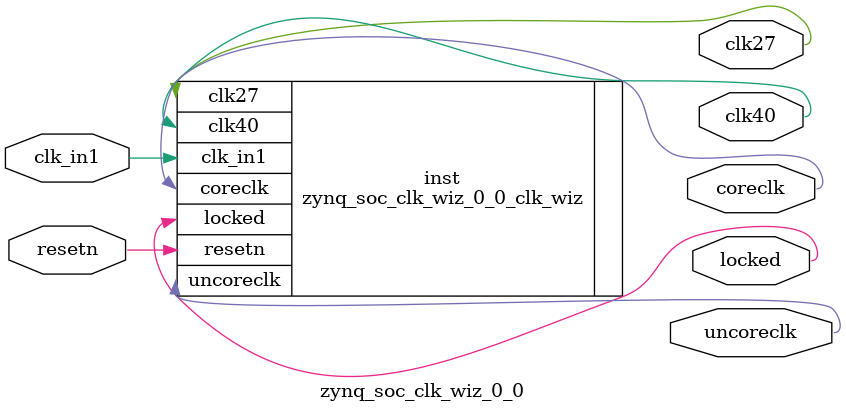
<source format=v>


`timescale 1ps/1ps

(* CORE_GENERATION_INFO = "zynq_soc_clk_wiz_0_0,clk_wiz_v6_0_3_0_0,{component_name=zynq_soc_clk_wiz_0_0,use_phase_alignment=false,use_min_o_jitter=false,use_max_i_jitter=false,use_dyn_phase_shift=false,use_inclk_switchover=false,use_dyn_reconfig=false,enable_axi=0,feedback_source=FDBK_AUTO,PRIMITIVE=MMCM,num_out_clk=4,clkin1_period=10.000,clkin2_period=10.000,use_power_down=false,use_reset=true,use_locked=true,use_inclk_stopped=false,feedback_type=SINGLE,CLOCK_MGR_TYPE=NA,manual_override=false}" *)

module zynq_soc_clk_wiz_0_0 
 (
  // Clock out ports
  output        coreclk,
  output        uncoreclk,
  output        clk40,
  output        clk27,
  // Status and control signals
  input         resetn,
  output        locked,
 // Clock in ports
  input         clk_in1
 );

  zynq_soc_clk_wiz_0_0_clk_wiz inst
  (
  // Clock out ports  
  .coreclk(coreclk),
  .uncoreclk(uncoreclk),
  .clk40(clk40),
  .clk27(clk27),
  // Status and control signals               
  .resetn(resetn), 
  .locked(locked),
 // Clock in ports
  .clk_in1(clk_in1)
  );

endmodule

</source>
